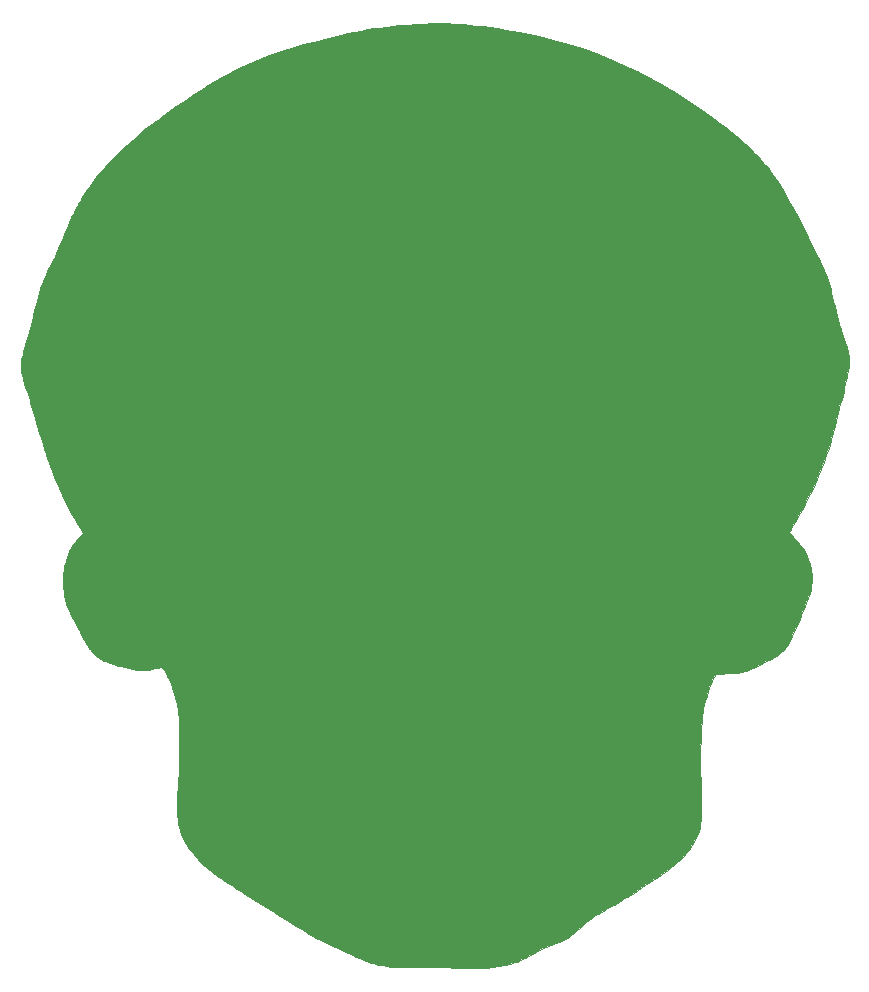
<source format=gbr>
%TF.GenerationSoftware,KiCad,Pcbnew,7.0.1*%
%TF.CreationDate,2023-06-01T23:18:07-07:00*%
%TF.ProjectId,set_02,7365745f-3032-42e6-9b69-6361645f7063,rev?*%
%TF.SameCoordinates,Original*%
%TF.FileFunction,Soldermask,Top*%
%TF.FilePolarity,Negative*%
%FSLAX46Y46*%
G04 Gerber Fmt 4.6, Leading zero omitted, Abs format (unit mm)*
G04 Created by KiCad (PCBNEW 7.0.1) date 2023-06-01 23:18:07*
%MOMM*%
%LPD*%
G01*
G04 APERTURE LIST*
%ADD10C,0.010000*%
G04 APERTURE END LIST*
%TO.C,G\u002A\u002A\u002A*%
D10*
X51144894Y-11308463D02*
X51763707Y-11331856D01*
X52376298Y-11369731D01*
X52537417Y-11382123D01*
X53069379Y-11429481D01*
X53633402Y-11488635D01*
X54221246Y-11558414D01*
X54824674Y-11637647D01*
X55435447Y-11725163D01*
X56045326Y-11819792D01*
X56646074Y-11920362D01*
X57229451Y-12025702D01*
X57680917Y-12113184D01*
X58930325Y-12383982D01*
X60167245Y-12693386D01*
X61390221Y-13040856D01*
X62597796Y-13425849D01*
X63788516Y-13847824D01*
X64960925Y-14306237D01*
X66113567Y-14800547D01*
X67244986Y-15330212D01*
X68353726Y-15894690D01*
X69428417Y-16487746D01*
X69926292Y-16779720D01*
X70437986Y-17091732D01*
X70959910Y-17421156D01*
X71488471Y-17765367D01*
X72020080Y-18121739D01*
X72551146Y-18487648D01*
X73078078Y-18860466D01*
X73597284Y-19237569D01*
X74105175Y-19616331D01*
X74598160Y-19994127D01*
X75072647Y-20368331D01*
X75525047Y-20736317D01*
X75951767Y-21095460D01*
X76349218Y-21443134D01*
X76713809Y-21776714D01*
X76886338Y-21940951D01*
X77206033Y-22255472D01*
X77505559Y-22562555D01*
X77787643Y-22865982D01*
X78055012Y-23169530D01*
X78310394Y-23476981D01*
X78556515Y-23792113D01*
X78796101Y-24118708D01*
X79031881Y-24460544D01*
X79266581Y-24821402D01*
X79502927Y-25205061D01*
X79743648Y-25615302D01*
X79991469Y-26055904D01*
X80249119Y-26530646D01*
X80392138Y-26800334D01*
X80539807Y-27082240D01*
X80695928Y-27382958D01*
X80859085Y-27699624D01*
X81027865Y-28029378D01*
X81200851Y-28369355D01*
X81376630Y-28716694D01*
X81553787Y-29068533D01*
X81730907Y-29422008D01*
X81906575Y-29774258D01*
X82079377Y-30122420D01*
X82247898Y-30463632D01*
X82410723Y-30795031D01*
X82566437Y-31113755D01*
X82713625Y-31416941D01*
X82850874Y-31701728D01*
X82976768Y-31965252D01*
X83089892Y-32204652D01*
X83188832Y-32417065D01*
X83272173Y-32599628D01*
X83338500Y-32749479D01*
X83374523Y-32834532D01*
X83419917Y-32957169D01*
X83471293Y-33118517D01*
X83527835Y-33315504D01*
X83588729Y-33545055D01*
X83653160Y-33804098D01*
X83720311Y-34089559D01*
X83789369Y-34398366D01*
X83789544Y-34399167D01*
X83889676Y-34849118D01*
X83986710Y-35265886D01*
X84083032Y-35658267D01*
X84181029Y-36035055D01*
X84283086Y-36405044D01*
X84391589Y-36777029D01*
X84508926Y-37159804D01*
X84637482Y-37562163D01*
X84697726Y-37746186D01*
X84793202Y-38038380D01*
X84875279Y-38295111D01*
X84945198Y-38520635D01*
X85004200Y-38719211D01*
X85053525Y-38895096D01*
X85094414Y-39052549D01*
X85128107Y-39195827D01*
X85149292Y-39296004D01*
X85178146Y-39488739D01*
X85194552Y-39709769D01*
X85198522Y-39946932D01*
X85190071Y-40188065D01*
X85169214Y-40421008D01*
X85147827Y-40569250D01*
X85116723Y-40739508D01*
X85075418Y-40946803D01*
X85024845Y-41187330D01*
X84965936Y-41457284D01*
X84899624Y-41752858D01*
X84826841Y-42070248D01*
X84748519Y-42405647D01*
X84665590Y-42755250D01*
X84578987Y-43115252D01*
X84489643Y-43481846D01*
X84398489Y-43851228D01*
X84306457Y-44219591D01*
X84214482Y-44583130D01*
X84123493Y-44938040D01*
X84034424Y-45280515D01*
X83948208Y-45606748D01*
X83865776Y-45912935D01*
X83788061Y-46195270D01*
X83715996Y-46449948D01*
X83661138Y-46637603D01*
X83478062Y-47225914D01*
X83275654Y-47827182D01*
X83056032Y-48436647D01*
X82821310Y-49049546D01*
X82573606Y-49661119D01*
X82315035Y-50266604D01*
X82047712Y-50861240D01*
X81773754Y-51440266D01*
X81495277Y-51998920D01*
X81214396Y-52532441D01*
X80933227Y-53036068D01*
X80653887Y-53505039D01*
X80502424Y-53745500D01*
X80413059Y-53887498D01*
X80332205Y-54021979D01*
X80262696Y-54143761D01*
X80207368Y-54247659D01*
X80169054Y-54328490D01*
X80150588Y-54381069D01*
X80149334Y-54391291D01*
X80163723Y-54423928D01*
X80204084Y-54481410D01*
X80266203Y-54558898D01*
X80345868Y-54651555D01*
X80438866Y-54754542D01*
X80540985Y-54863021D01*
X80648011Y-54972155D01*
X80698556Y-55022049D01*
X80908652Y-55235610D01*
X81088027Y-55437696D01*
X81243192Y-55636975D01*
X81380659Y-55842118D01*
X81506937Y-56061796D01*
X81567851Y-56179667D01*
X81683856Y-56427123D01*
X81777613Y-56664702D01*
X81856670Y-56912598D01*
X81895402Y-57055895D01*
X81942411Y-57248317D01*
X81978661Y-57420648D01*
X82005384Y-57583521D01*
X82023815Y-57747571D01*
X82035189Y-57923430D01*
X82040738Y-58121733D01*
X82041794Y-58317500D01*
X82040732Y-58476437D01*
X82037459Y-58621419D01*
X82030962Y-58756259D01*
X82020229Y-58884766D01*
X82004245Y-59010750D01*
X81981999Y-59138023D01*
X81952477Y-59270394D01*
X81914666Y-59411674D01*
X81867554Y-59565674D01*
X81810127Y-59736204D01*
X81741372Y-59927074D01*
X81660277Y-60142095D01*
X81565828Y-60385077D01*
X81457012Y-60659830D01*
X81344054Y-60942167D01*
X81176031Y-61358862D01*
X81021216Y-61738093D01*
X80878409Y-62082203D01*
X80746409Y-62393534D01*
X80624016Y-62674426D01*
X80510029Y-62927223D01*
X80403247Y-63154266D01*
X80302469Y-63357897D01*
X80206495Y-63540459D01*
X80114124Y-63704292D01*
X80024155Y-63851740D01*
X79935388Y-63985144D01*
X79846622Y-64106846D01*
X79756656Y-64219187D01*
X79664289Y-64324511D01*
X79568321Y-64425159D01*
X79547811Y-64445708D01*
X79429266Y-64558467D01*
X79305545Y-64665057D01*
X79172424Y-64768133D01*
X79025681Y-64870349D01*
X78861092Y-64974361D01*
X78674434Y-65082824D01*
X78461484Y-65198392D01*
X78218019Y-65323721D01*
X77939816Y-65461465D01*
X77905667Y-65478094D01*
X77601368Y-65624355D01*
X77329278Y-65751226D01*
X77084891Y-65860390D01*
X76863703Y-65953532D01*
X76661207Y-66032337D01*
X76472898Y-66098489D01*
X76294272Y-66153673D01*
X76120823Y-66199575D01*
X75948044Y-66237877D01*
X75800020Y-66265431D01*
X75671824Y-66283305D01*
X75503848Y-66299926D01*
X75298630Y-66315134D01*
X75058706Y-66328769D01*
X74786617Y-66340673D01*
X74484900Y-66350686D01*
X74408487Y-66352787D01*
X73927557Y-66365506D01*
X73769529Y-66654211D01*
X73638881Y-66911686D01*
X73508752Y-67203699D01*
X73381663Y-67522499D01*
X73260135Y-67860340D01*
X73146687Y-68209472D01*
X73043842Y-68562147D01*
X72954120Y-68910616D01*
X72880042Y-69247130D01*
X72825182Y-69557000D01*
X72788173Y-69831017D01*
X72754484Y-70142996D01*
X72724224Y-70488691D01*
X72697498Y-70863852D01*
X72674413Y-71264233D01*
X72655076Y-71685585D01*
X72639594Y-72123659D01*
X72628073Y-72574209D01*
X72620621Y-73032985D01*
X72617343Y-73495741D01*
X72618347Y-73958227D01*
X72623740Y-74416196D01*
X72633627Y-74865400D01*
X72648116Y-75301590D01*
X72667314Y-75720520D01*
X72669363Y-75758834D01*
X72678953Y-75960512D01*
X72687224Y-76184029D01*
X72694156Y-76424243D01*
X72699728Y-76676011D01*
X72703920Y-76934192D01*
X72706711Y-77193641D01*
X72708079Y-77449219D01*
X72708004Y-77695781D01*
X72706465Y-77928185D01*
X72703441Y-78141290D01*
X72698912Y-78329953D01*
X72692857Y-78489031D01*
X72685254Y-78613382D01*
X72681108Y-78658667D01*
X72632284Y-79018483D01*
X72563503Y-79354147D01*
X72471574Y-79675669D01*
X72353305Y-79993062D01*
X72205502Y-80316335D01*
X72070282Y-80574250D01*
X71865498Y-80921467D01*
X71644124Y-81246542D01*
X71398721Y-81559441D01*
X71121853Y-81870132D01*
X71037269Y-81958508D01*
X70889880Y-82107076D01*
X70742805Y-82248201D01*
X70591471Y-82385606D01*
X70431306Y-82523012D01*
X70257737Y-82664141D01*
X70066192Y-82812717D01*
X69852098Y-82972459D01*
X69610883Y-83147092D01*
X69350763Y-83331354D01*
X69031011Y-83554135D01*
X68713154Y-83771693D01*
X68391844Y-83987510D01*
X68061729Y-84205071D01*
X67717463Y-84427857D01*
X67353696Y-84659352D01*
X66965078Y-84903039D01*
X66546261Y-85162401D01*
X66410940Y-85245621D01*
X66193378Y-85379191D01*
X66006240Y-85493944D01*
X65843880Y-85593228D01*
X65700653Y-85680391D01*
X65570916Y-85758781D01*
X65449023Y-85831745D01*
X65329331Y-85902632D01*
X65206194Y-85974788D01*
X65073969Y-86051563D01*
X64927010Y-86136302D01*
X64759674Y-86232356D01*
X64566315Y-86343070D01*
X64405195Y-86435240D01*
X64152048Y-86580544D01*
X63931426Y-86708687D01*
X63738770Y-86822918D01*
X63569518Y-86926489D01*
X63419109Y-87022651D01*
X63282982Y-87114654D01*
X63156576Y-87205748D01*
X63035330Y-87299186D01*
X62914684Y-87398217D01*
X62790077Y-87506092D01*
X62656946Y-87626062D01*
X62510732Y-87761377D01*
X62403639Y-87861808D01*
X62219938Y-88033477D01*
X62054741Y-88184318D01*
X61903407Y-88317143D01*
X61761292Y-88434765D01*
X61623754Y-88539998D01*
X61486150Y-88635654D01*
X61343839Y-88724546D01*
X61192176Y-88809488D01*
X61026520Y-88893293D01*
X60842229Y-88978773D01*
X60634659Y-89068742D01*
X60399167Y-89166012D01*
X60131113Y-89273397D01*
X59966917Y-89338264D01*
X59558502Y-89508020D01*
X59146248Y-89696320D01*
X58743903Y-89896510D01*
X58365210Y-90101937D01*
X58241834Y-90173235D01*
X57989318Y-90317567D01*
X57757350Y-90440472D01*
X57533883Y-90547533D01*
X57306866Y-90644332D01*
X57064251Y-90736451D01*
X56908334Y-90791065D01*
X56476766Y-90923265D01*
X56013103Y-91036951D01*
X55523832Y-91131030D01*
X55015444Y-91204406D01*
X54494424Y-91255983D01*
X53987204Y-91284013D01*
X53771259Y-91291130D01*
X53589868Y-91296638D01*
X53435285Y-91300591D01*
X53299762Y-91303043D01*
X53175553Y-91304048D01*
X53054911Y-91303659D01*
X52930090Y-91301930D01*
X52793343Y-91298915D01*
X52636924Y-91294668D01*
X52600917Y-91293627D01*
X52423495Y-91287405D01*
X52217125Y-91278434D01*
X51995054Y-91267400D01*
X51770527Y-91254987D01*
X51556791Y-91241881D01*
X51415584Y-91232297D01*
X50845780Y-91197868D01*
X50304977Y-91178343D01*
X49782607Y-91173576D01*
X49268102Y-91183418D01*
X48931073Y-91197673D01*
X48436961Y-91218838D01*
X47978975Y-91229571D01*
X47552153Y-91229627D01*
X47151530Y-91218761D01*
X46772144Y-91196727D01*
X46409031Y-91163279D01*
X46057228Y-91118174D01*
X45711772Y-91061164D01*
X45552417Y-91030633D01*
X45330687Y-90984078D01*
X45125023Y-90935596D01*
X44928310Y-90882817D01*
X44733435Y-90823368D01*
X44533287Y-90754876D01*
X44320752Y-90674970D01*
X44088716Y-90581278D01*
X43830068Y-90471426D01*
X43682279Y-90406949D01*
X43496453Y-90324468D01*
X43286871Y-90230000D01*
X43057275Y-90125322D01*
X42811407Y-90012213D01*
X42553010Y-89892450D01*
X42285827Y-89767813D01*
X42013600Y-89640080D01*
X41740071Y-89511028D01*
X41468983Y-89382437D01*
X41204080Y-89256085D01*
X40949102Y-89133750D01*
X40707794Y-89017210D01*
X40483897Y-88908245D01*
X40281154Y-88808631D01*
X40103307Y-88720148D01*
X39954100Y-88644574D01*
X39837274Y-88583688D01*
X39781558Y-88553433D01*
X39642687Y-88475323D01*
X39491045Y-88388438D01*
X39324970Y-88291766D01*
X39142803Y-88184291D01*
X38942882Y-88064998D01*
X38723546Y-87932874D01*
X38483135Y-87786905D01*
X38219988Y-87626075D01*
X37932443Y-87449370D01*
X37618841Y-87255775D01*
X37277520Y-87044278D01*
X36906820Y-86813862D01*
X36505079Y-86563513D01*
X36070637Y-86292217D01*
X35699334Y-86059987D01*
X35259798Y-85784619D01*
X34854269Y-85529889D01*
X34480617Y-85294384D01*
X34136714Y-85076689D01*
X33820428Y-84875392D01*
X33529632Y-84689078D01*
X33262194Y-84516334D01*
X33015987Y-84355747D01*
X32788879Y-84205902D01*
X32578742Y-84065387D01*
X32383447Y-83932788D01*
X32200862Y-83806691D01*
X32028860Y-83685683D01*
X31865311Y-83568349D01*
X31708084Y-83453277D01*
X31555051Y-83339053D01*
X31404082Y-83224263D01*
X31262219Y-83114636D01*
X30793545Y-82731917D01*
X30366874Y-82345915D01*
X29981981Y-81956354D01*
X29638642Y-81562959D01*
X29336634Y-81165453D01*
X29075733Y-80763562D01*
X28855714Y-80357009D01*
X28676353Y-79945519D01*
X28665904Y-79918084D01*
X28569167Y-79633968D01*
X28488820Y-79335836D01*
X28424363Y-79019755D01*
X28375296Y-78681792D01*
X28341120Y-78318013D01*
X28321336Y-77924488D01*
X28315444Y-77497282D01*
X28319075Y-77187584D01*
X28322394Y-77038373D01*
X28326006Y-76901440D01*
X28330206Y-76771494D01*
X28335293Y-76643249D01*
X28341563Y-76511415D01*
X28349313Y-76370705D01*
X28358839Y-76215831D01*
X28370438Y-76041504D01*
X28384408Y-75842437D01*
X28401045Y-75613341D01*
X28420645Y-75348928D01*
X28427185Y-75261417D01*
X28444215Y-75025839D01*
X28458918Y-74803088D01*
X28471450Y-74587863D01*
X28481965Y-74374859D01*
X28490619Y-74158775D01*
X28497567Y-73934306D01*
X28502962Y-73696149D01*
X28506961Y-73439003D01*
X28509717Y-73157563D01*
X28511387Y-72846526D01*
X28512124Y-72500591D01*
X28512193Y-72351000D01*
X28511832Y-71993452D01*
X28510612Y-71673905D01*
X28508394Y-71388030D01*
X28505041Y-71131501D01*
X28500414Y-70899992D01*
X28494377Y-70689174D01*
X28486790Y-70494721D01*
X28477518Y-70312306D01*
X28466421Y-70137602D01*
X28453362Y-69966281D01*
X28438204Y-69794017D01*
X28427145Y-69679334D01*
X28410669Y-69523834D01*
X28393432Y-69387454D01*
X28373540Y-69260357D01*
X28349100Y-69132708D01*
X28318217Y-68994668D01*
X28278996Y-68836403D01*
X28229543Y-68648074D01*
X28226019Y-68634894D01*
X28148028Y-68355293D01*
X28063207Y-68072713D01*
X27973093Y-67791060D01*
X27879220Y-67514243D01*
X27783124Y-67246167D01*
X27686339Y-66990741D01*
X27590400Y-66751872D01*
X27496844Y-66533468D01*
X27407205Y-66339436D01*
X27323018Y-66173683D01*
X27245818Y-66040117D01*
X27177141Y-65942645D01*
X27160814Y-65923635D01*
X27067864Y-65821084D01*
X26922724Y-65823928D01*
X26833171Y-65831588D01*
X26713543Y-65850585D01*
X26574011Y-65879124D01*
X26470667Y-65903637D01*
X26204322Y-65963422D01*
X25943982Y-66006873D01*
X25685005Y-66033658D01*
X25422754Y-66043447D01*
X25152590Y-66035909D01*
X24869874Y-66010712D01*
X24569967Y-65967526D01*
X24248230Y-65906020D01*
X23900024Y-65825863D01*
X23520710Y-65726724D01*
X23359167Y-65681660D01*
X23128337Y-65613794D01*
X22896623Y-65541089D01*
X22670225Y-65465778D01*
X22455343Y-65390096D01*
X22258176Y-65316275D01*
X22084924Y-65246550D01*
X21941788Y-65183154D01*
X21856334Y-65140240D01*
X21670497Y-65024156D01*
X21478329Y-64876043D01*
X21288403Y-64703495D01*
X21109295Y-64514105D01*
X20999754Y-64381750D01*
X20940948Y-64305539D01*
X20890543Y-64237374D01*
X20844682Y-64170886D01*
X20799512Y-64099709D01*
X20751176Y-64017472D01*
X20695820Y-63917808D01*
X20629588Y-63794348D01*
X20548627Y-63640724D01*
X20532082Y-63609167D01*
X20465873Y-63484735D01*
X20383192Y-63332374D01*
X20288842Y-63160758D01*
X20187624Y-62978558D01*
X20084340Y-62794446D01*
X19983791Y-62617094D01*
X19951964Y-62561417D01*
X19816218Y-62321043D01*
X19682958Y-62078483D01*
X19554550Y-61838434D01*
X19433360Y-61605595D01*
X19321756Y-61384665D01*
X19222102Y-61180341D01*
X19136767Y-60997322D01*
X19068115Y-60840307D01*
X19018514Y-60713993D01*
X19011693Y-60694592D01*
X18916670Y-60386931D01*
X18832235Y-60051581D01*
X18761320Y-59702488D01*
X18706855Y-59353599D01*
X18680035Y-59116409D01*
X18670853Y-58979080D01*
X18665516Y-58812328D01*
X18663822Y-58625672D01*
X18665568Y-58428634D01*
X18670549Y-58230733D01*
X18678563Y-58041489D01*
X18689406Y-57870423D01*
X18702875Y-57727056D01*
X18711019Y-57665492D01*
X18785348Y-57271224D01*
X18889671Y-56863089D01*
X19020486Y-56453107D01*
X19174290Y-56053298D01*
X19194671Y-56005305D01*
X19270449Y-55837663D01*
X19348931Y-55684164D01*
X19434493Y-55538622D01*
X19531510Y-55394854D01*
X19644354Y-55246675D01*
X19777402Y-55087899D01*
X19935028Y-54912343D01*
X20069245Y-54768858D01*
X20353106Y-54469299D01*
X20074135Y-54017441D01*
X19906967Y-53742460D01*
X19746185Y-53468869D01*
X19587680Y-53189229D01*
X19427342Y-52896096D01*
X19261061Y-52582030D01*
X19084729Y-52239587D01*
X19000544Y-52073334D01*
X18839371Y-51751199D01*
X18687983Y-51443217D01*
X18545232Y-51146330D01*
X18409971Y-50857480D01*
X18281051Y-50573610D01*
X18157325Y-50291659D01*
X18037645Y-50008572D01*
X17920864Y-49721289D01*
X17805833Y-49426752D01*
X17691405Y-49121904D01*
X17576432Y-48803686D01*
X17459767Y-48469041D01*
X17340261Y-48114910D01*
X17216767Y-47738234D01*
X17088138Y-47335957D01*
X16953225Y-46905020D01*
X16810880Y-46442365D01*
X16659956Y-45944933D01*
X16499306Y-45409667D01*
X16498300Y-45406302D01*
X16392775Y-45053495D01*
X16297308Y-44735187D01*
X16210024Y-44445263D01*
X16129048Y-44177605D01*
X16052507Y-43926096D01*
X15978527Y-43684618D01*
X15905232Y-43447056D01*
X15830749Y-43207292D01*
X15753202Y-42959209D01*
X15670719Y-42696689D01*
X15581425Y-42413617D01*
X15577574Y-42401430D01*
X15472308Y-42067110D01*
X15379967Y-41768593D01*
X15300445Y-41501405D01*
X15233634Y-41261073D01*
X15179426Y-41043122D01*
X15137714Y-40843078D01*
X15108390Y-40656468D01*
X15091347Y-40478818D01*
X15086477Y-40305653D01*
X15093673Y-40132501D01*
X15112828Y-39954886D01*
X15143833Y-39768335D01*
X15186581Y-39568374D01*
X15240965Y-39350529D01*
X15306877Y-39110326D01*
X15384210Y-38843292D01*
X15472856Y-38544952D01*
X15484003Y-38507657D01*
X15636011Y-37983364D01*
X15790310Y-37420011D01*
X15946077Y-36820759D01*
X16102490Y-36188765D01*
X16247800Y-35574446D01*
X16345859Y-35160667D01*
X16440639Y-34782633D01*
X16534339Y-34434113D01*
X16629157Y-34108874D01*
X16727293Y-33800685D01*
X16830943Y-33503313D01*
X16942309Y-33210527D01*
X17063587Y-32916094D01*
X17196977Y-32613783D01*
X17344677Y-32297361D01*
X17508887Y-31960596D01*
X17556438Y-31865176D01*
X17749804Y-31470123D01*
X17951104Y-31042605D01*
X18156636Y-30590865D01*
X18362702Y-30123141D01*
X18565603Y-29647675D01*
X18727499Y-29256632D01*
X18855489Y-28944692D01*
X18971360Y-28666185D01*
X19077857Y-28414906D01*
X19177728Y-28184650D01*
X19273720Y-27969213D01*
X19368580Y-27762390D01*
X19465053Y-27557977D01*
X19565887Y-27349768D01*
X19622782Y-27234250D01*
X19764962Y-26951233D01*
X19899913Y-26692203D01*
X20032096Y-26449700D01*
X20165974Y-26216265D01*
X20306008Y-25984436D01*
X20456661Y-25746756D01*
X20622394Y-25495764D01*
X20807669Y-25223999D01*
X20933123Y-25043500D01*
X21120802Y-24778122D01*
X21301630Y-24529309D01*
X21478623Y-24293753D01*
X21654793Y-24068145D01*
X21833156Y-23849178D01*
X22016726Y-23633541D01*
X22208516Y-23417926D01*
X22411543Y-23199025D01*
X22628819Y-22973529D01*
X22863359Y-22738130D01*
X23118177Y-22489517D01*
X23396289Y-22224384D01*
X23700707Y-21939421D01*
X24034447Y-21631319D01*
X24078847Y-21590583D01*
X24332062Y-21359523D01*
X24573338Y-21141919D01*
X24805440Y-20935651D01*
X25031133Y-20738602D01*
X25253181Y-20548651D01*
X25474349Y-20363681D01*
X25697402Y-20181571D01*
X25925104Y-20000205D01*
X26160221Y-19817461D01*
X26405516Y-19631223D01*
X26663754Y-19439370D01*
X26937700Y-19239785D01*
X27230119Y-19030348D01*
X27543776Y-18808940D01*
X27881434Y-18573443D01*
X28245859Y-18321737D01*
X28639815Y-18051704D01*
X29066068Y-17761225D01*
X29148250Y-17705371D01*
X29768272Y-17289698D01*
X30369333Y-16898567D01*
X30954870Y-16530478D01*
X31528321Y-16183930D01*
X32093123Y-15857421D01*
X32652711Y-15549451D01*
X33210525Y-15258518D01*
X33769999Y-14983121D01*
X34334571Y-14721759D01*
X34907679Y-14472931D01*
X35492759Y-14235135D01*
X36093248Y-14006871D01*
X36712582Y-13786638D01*
X37354200Y-13572933D01*
X38021537Y-13364257D01*
X38718031Y-13159108D01*
X39447119Y-12955984D01*
X40212238Y-12753385D01*
X40866570Y-12587182D01*
X41530044Y-12424606D01*
X42159259Y-12276940D01*
X42759226Y-12143282D01*
X43334954Y-12022731D01*
X43891455Y-11914385D01*
X44433739Y-11817342D01*
X44966815Y-11730699D01*
X45495696Y-11653555D01*
X46025390Y-11585008D01*
X46560909Y-11524156D01*
X47034617Y-11476850D01*
X47790789Y-11411621D01*
X48512160Y-11361367D01*
X49203493Y-11326006D01*
X49869550Y-11305456D01*
X50515096Y-11299636D01*
X51144894Y-11308463D01*
G36*
X51144894Y-11308463D02*
G01*
X51763707Y-11331856D01*
X52376298Y-11369731D01*
X52537417Y-11382123D01*
X53069379Y-11429481D01*
X53633402Y-11488635D01*
X54221246Y-11558414D01*
X54824674Y-11637647D01*
X55435447Y-11725163D01*
X56045326Y-11819792D01*
X56646074Y-11920362D01*
X57229451Y-12025702D01*
X57680917Y-12113184D01*
X58930325Y-12383982D01*
X60167245Y-12693386D01*
X61390221Y-13040856D01*
X62597796Y-13425849D01*
X63788516Y-13847824D01*
X64960925Y-14306237D01*
X66113567Y-14800547D01*
X67244986Y-15330212D01*
X68353726Y-15894690D01*
X69428417Y-16487746D01*
X69926292Y-16779720D01*
X70437986Y-17091732D01*
X70959910Y-17421156D01*
X71488471Y-17765367D01*
X72020080Y-18121739D01*
X72551146Y-18487648D01*
X73078078Y-18860466D01*
X73597284Y-19237569D01*
X74105175Y-19616331D01*
X74598160Y-19994127D01*
X75072647Y-20368331D01*
X75525047Y-20736317D01*
X75951767Y-21095460D01*
X76349218Y-21443134D01*
X76713809Y-21776714D01*
X76886338Y-21940951D01*
X77206033Y-22255472D01*
X77505559Y-22562555D01*
X77787643Y-22865982D01*
X78055012Y-23169530D01*
X78310394Y-23476981D01*
X78556515Y-23792113D01*
X78796101Y-24118708D01*
X79031881Y-24460544D01*
X79266581Y-24821402D01*
X79502927Y-25205061D01*
X79743648Y-25615302D01*
X79991469Y-26055904D01*
X80249119Y-26530646D01*
X80392138Y-26800334D01*
X80539807Y-27082240D01*
X80695928Y-27382958D01*
X80859085Y-27699624D01*
X81027865Y-28029378D01*
X81200851Y-28369355D01*
X81376630Y-28716694D01*
X81553787Y-29068533D01*
X81730907Y-29422008D01*
X81906575Y-29774258D01*
X82079377Y-30122420D01*
X82247898Y-30463632D01*
X82410723Y-30795031D01*
X82566437Y-31113755D01*
X82713625Y-31416941D01*
X82850874Y-31701728D01*
X82976768Y-31965252D01*
X83089892Y-32204652D01*
X83188832Y-32417065D01*
X83272173Y-32599628D01*
X83338500Y-32749479D01*
X83374523Y-32834532D01*
X83419917Y-32957169D01*
X83471293Y-33118517D01*
X83527835Y-33315504D01*
X83588729Y-33545055D01*
X83653160Y-33804098D01*
X83720311Y-34089559D01*
X83789369Y-34398366D01*
X83789544Y-34399167D01*
X83889676Y-34849118D01*
X83986710Y-35265886D01*
X84083032Y-35658267D01*
X84181029Y-36035055D01*
X84283086Y-36405044D01*
X84391589Y-36777029D01*
X84508926Y-37159804D01*
X84637482Y-37562163D01*
X84697726Y-37746186D01*
X84793202Y-38038380D01*
X84875279Y-38295111D01*
X84945198Y-38520635D01*
X85004200Y-38719211D01*
X85053525Y-38895096D01*
X85094414Y-39052549D01*
X85128107Y-39195827D01*
X85149292Y-39296004D01*
X85178146Y-39488739D01*
X85194552Y-39709769D01*
X85198522Y-39946932D01*
X85190071Y-40188065D01*
X85169214Y-40421008D01*
X85147827Y-40569250D01*
X85116723Y-40739508D01*
X85075418Y-40946803D01*
X85024845Y-41187330D01*
X84965936Y-41457284D01*
X84899624Y-41752858D01*
X84826841Y-42070248D01*
X84748519Y-42405647D01*
X84665590Y-42755250D01*
X84578987Y-43115252D01*
X84489643Y-43481846D01*
X84398489Y-43851228D01*
X84306457Y-44219591D01*
X84214482Y-44583130D01*
X84123493Y-44938040D01*
X84034424Y-45280515D01*
X83948208Y-45606748D01*
X83865776Y-45912935D01*
X83788061Y-46195270D01*
X83715996Y-46449948D01*
X83661138Y-46637603D01*
X83478062Y-47225914D01*
X83275654Y-47827182D01*
X83056032Y-48436647D01*
X82821310Y-49049546D01*
X82573606Y-49661119D01*
X82315035Y-50266604D01*
X82047712Y-50861240D01*
X81773754Y-51440266D01*
X81495277Y-51998920D01*
X81214396Y-52532441D01*
X80933227Y-53036068D01*
X80653887Y-53505039D01*
X80502424Y-53745500D01*
X80413059Y-53887498D01*
X80332205Y-54021979D01*
X80262696Y-54143761D01*
X80207368Y-54247659D01*
X80169054Y-54328490D01*
X80150588Y-54381069D01*
X80149334Y-54391291D01*
X80163723Y-54423928D01*
X80204084Y-54481410D01*
X80266203Y-54558898D01*
X80345868Y-54651555D01*
X80438866Y-54754542D01*
X80540985Y-54863021D01*
X80648011Y-54972155D01*
X80698556Y-55022049D01*
X80908652Y-55235610D01*
X81088027Y-55437696D01*
X81243192Y-55636975D01*
X81380659Y-55842118D01*
X81506937Y-56061796D01*
X81567851Y-56179667D01*
X81683856Y-56427123D01*
X81777613Y-56664702D01*
X81856670Y-56912598D01*
X81895402Y-57055895D01*
X81942411Y-57248317D01*
X81978661Y-57420648D01*
X82005384Y-57583521D01*
X82023815Y-57747571D01*
X82035189Y-57923430D01*
X82040738Y-58121733D01*
X82041794Y-58317500D01*
X82040732Y-58476437D01*
X82037459Y-58621419D01*
X82030962Y-58756259D01*
X82020229Y-58884766D01*
X82004245Y-59010750D01*
X81981999Y-59138023D01*
X81952477Y-59270394D01*
X81914666Y-59411674D01*
X81867554Y-59565674D01*
X81810127Y-59736204D01*
X81741372Y-59927074D01*
X81660277Y-60142095D01*
X81565828Y-60385077D01*
X81457012Y-60659830D01*
X81344054Y-60942167D01*
X81176031Y-61358862D01*
X81021216Y-61738093D01*
X80878409Y-62082203D01*
X80746409Y-62393534D01*
X80624016Y-62674426D01*
X80510029Y-62927223D01*
X80403247Y-63154266D01*
X80302469Y-63357897D01*
X80206495Y-63540459D01*
X80114124Y-63704292D01*
X80024155Y-63851740D01*
X79935388Y-63985144D01*
X79846622Y-64106846D01*
X79756656Y-64219187D01*
X79664289Y-64324511D01*
X79568321Y-64425159D01*
X79547811Y-64445708D01*
X79429266Y-64558467D01*
X79305545Y-64665057D01*
X79172424Y-64768133D01*
X79025681Y-64870349D01*
X78861092Y-64974361D01*
X78674434Y-65082824D01*
X78461484Y-65198392D01*
X78218019Y-65323721D01*
X77939816Y-65461465D01*
X77905667Y-65478094D01*
X77601368Y-65624355D01*
X77329278Y-65751226D01*
X77084891Y-65860390D01*
X76863703Y-65953532D01*
X76661207Y-66032337D01*
X76472898Y-66098489D01*
X76294272Y-66153673D01*
X76120823Y-66199575D01*
X75948044Y-66237877D01*
X75800020Y-66265431D01*
X75671824Y-66283305D01*
X75503848Y-66299926D01*
X75298630Y-66315134D01*
X75058706Y-66328769D01*
X74786617Y-66340673D01*
X74484900Y-66350686D01*
X74408487Y-66352787D01*
X73927557Y-66365506D01*
X73769529Y-66654211D01*
X73638881Y-66911686D01*
X73508752Y-67203699D01*
X73381663Y-67522499D01*
X73260135Y-67860340D01*
X73146687Y-68209472D01*
X73043842Y-68562147D01*
X72954120Y-68910616D01*
X72880042Y-69247130D01*
X72825182Y-69557000D01*
X72788173Y-69831017D01*
X72754484Y-70142996D01*
X72724224Y-70488691D01*
X72697498Y-70863852D01*
X72674413Y-71264233D01*
X72655076Y-71685585D01*
X72639594Y-72123659D01*
X72628073Y-72574209D01*
X72620621Y-73032985D01*
X72617343Y-73495741D01*
X72618347Y-73958227D01*
X72623740Y-74416196D01*
X72633627Y-74865400D01*
X72648116Y-75301590D01*
X72667314Y-75720520D01*
X72669363Y-75758834D01*
X72678953Y-75960512D01*
X72687224Y-76184029D01*
X72694156Y-76424243D01*
X72699728Y-76676011D01*
X72703920Y-76934192D01*
X72706711Y-77193641D01*
X72708079Y-77449219D01*
X72708004Y-77695781D01*
X72706465Y-77928185D01*
X72703441Y-78141290D01*
X72698912Y-78329953D01*
X72692857Y-78489031D01*
X72685254Y-78613382D01*
X72681108Y-78658667D01*
X72632284Y-79018483D01*
X72563503Y-79354147D01*
X72471574Y-79675669D01*
X72353305Y-79993062D01*
X72205502Y-80316335D01*
X72070282Y-80574250D01*
X71865498Y-80921467D01*
X71644124Y-81246542D01*
X71398721Y-81559441D01*
X71121853Y-81870132D01*
X71037269Y-81958508D01*
X70889880Y-82107076D01*
X70742805Y-82248201D01*
X70591471Y-82385606D01*
X70431306Y-82523012D01*
X70257737Y-82664141D01*
X70066192Y-82812717D01*
X69852098Y-82972459D01*
X69610883Y-83147092D01*
X69350763Y-83331354D01*
X69031011Y-83554135D01*
X68713154Y-83771693D01*
X68391844Y-83987510D01*
X68061729Y-84205071D01*
X67717463Y-84427857D01*
X67353696Y-84659352D01*
X66965078Y-84903039D01*
X66546261Y-85162401D01*
X66410940Y-85245621D01*
X66193378Y-85379191D01*
X66006240Y-85493944D01*
X65843880Y-85593228D01*
X65700653Y-85680391D01*
X65570916Y-85758781D01*
X65449023Y-85831745D01*
X65329331Y-85902632D01*
X65206194Y-85974788D01*
X65073969Y-86051563D01*
X64927010Y-86136302D01*
X64759674Y-86232356D01*
X64566315Y-86343070D01*
X64405195Y-86435240D01*
X64152048Y-86580544D01*
X63931426Y-86708687D01*
X63738770Y-86822918D01*
X63569518Y-86926489D01*
X63419109Y-87022651D01*
X63282982Y-87114654D01*
X63156576Y-87205748D01*
X63035330Y-87299186D01*
X62914684Y-87398217D01*
X62790077Y-87506092D01*
X62656946Y-87626062D01*
X62510732Y-87761377D01*
X62403639Y-87861808D01*
X62219938Y-88033477D01*
X62054741Y-88184318D01*
X61903407Y-88317143D01*
X61761292Y-88434765D01*
X61623754Y-88539998D01*
X61486150Y-88635654D01*
X61343839Y-88724546D01*
X61192176Y-88809488D01*
X61026520Y-88893293D01*
X60842229Y-88978773D01*
X60634659Y-89068742D01*
X60399167Y-89166012D01*
X60131113Y-89273397D01*
X59966917Y-89338264D01*
X59558502Y-89508020D01*
X59146248Y-89696320D01*
X58743903Y-89896510D01*
X58365210Y-90101937D01*
X58241834Y-90173235D01*
X57989318Y-90317567D01*
X57757350Y-90440472D01*
X57533883Y-90547533D01*
X57306866Y-90644332D01*
X57064251Y-90736451D01*
X56908334Y-90791065D01*
X56476766Y-90923265D01*
X56013103Y-91036951D01*
X55523832Y-91131030D01*
X55015444Y-91204406D01*
X54494424Y-91255983D01*
X53987204Y-91284013D01*
X53771259Y-91291130D01*
X53589868Y-91296638D01*
X53435285Y-91300591D01*
X53299762Y-91303043D01*
X53175553Y-91304048D01*
X53054911Y-91303659D01*
X52930090Y-91301930D01*
X52793343Y-91298915D01*
X52636924Y-91294668D01*
X52600917Y-91293627D01*
X52423495Y-91287405D01*
X52217125Y-91278434D01*
X51995054Y-91267400D01*
X51770527Y-91254987D01*
X51556791Y-91241881D01*
X51415584Y-91232297D01*
X50845780Y-91197868D01*
X50304977Y-91178343D01*
X49782607Y-91173576D01*
X49268102Y-91183418D01*
X48931073Y-91197673D01*
X48436961Y-91218838D01*
X47978975Y-91229571D01*
X47552153Y-91229627D01*
X47151530Y-91218761D01*
X46772144Y-91196727D01*
X46409031Y-91163279D01*
X46057228Y-91118174D01*
X45711772Y-91061164D01*
X45552417Y-91030633D01*
X45330687Y-90984078D01*
X45125023Y-90935596D01*
X44928310Y-90882817D01*
X44733435Y-90823368D01*
X44533287Y-90754876D01*
X44320752Y-90674970D01*
X44088716Y-90581278D01*
X43830068Y-90471426D01*
X43682279Y-90406949D01*
X43496453Y-90324468D01*
X43286871Y-90230000D01*
X43057275Y-90125322D01*
X42811407Y-90012213D01*
X42553010Y-89892450D01*
X42285827Y-89767813D01*
X42013600Y-89640080D01*
X41740071Y-89511028D01*
X41468983Y-89382437D01*
X41204080Y-89256085D01*
X40949102Y-89133750D01*
X40707794Y-89017210D01*
X40483897Y-88908245D01*
X40281154Y-88808631D01*
X40103307Y-88720148D01*
X39954100Y-88644574D01*
X39837274Y-88583688D01*
X39781558Y-88553433D01*
X39642687Y-88475323D01*
X39491045Y-88388438D01*
X39324970Y-88291766D01*
X39142803Y-88184291D01*
X38942882Y-88064998D01*
X38723546Y-87932874D01*
X38483135Y-87786905D01*
X38219988Y-87626075D01*
X37932443Y-87449370D01*
X37618841Y-87255775D01*
X37277520Y-87044278D01*
X36906820Y-86813862D01*
X36505079Y-86563513D01*
X36070637Y-86292217D01*
X35699334Y-86059987D01*
X35259798Y-85784619D01*
X34854269Y-85529889D01*
X34480617Y-85294384D01*
X34136714Y-85076689D01*
X33820428Y-84875392D01*
X33529632Y-84689078D01*
X33262194Y-84516334D01*
X33015987Y-84355747D01*
X32788879Y-84205902D01*
X32578742Y-84065387D01*
X32383447Y-83932788D01*
X32200862Y-83806691D01*
X32028860Y-83685683D01*
X31865311Y-83568349D01*
X31708084Y-83453277D01*
X31555051Y-83339053D01*
X31404082Y-83224263D01*
X31262219Y-83114636D01*
X30793545Y-82731917D01*
X30366874Y-82345915D01*
X29981981Y-81956354D01*
X29638642Y-81562959D01*
X29336634Y-81165453D01*
X29075733Y-80763562D01*
X28855714Y-80357009D01*
X28676353Y-79945519D01*
X28665904Y-79918084D01*
X28569167Y-79633968D01*
X28488820Y-79335836D01*
X28424363Y-79019755D01*
X28375296Y-78681792D01*
X28341120Y-78318013D01*
X28321336Y-77924488D01*
X28315444Y-77497282D01*
X28319075Y-77187584D01*
X28322394Y-77038373D01*
X28326006Y-76901440D01*
X28330206Y-76771494D01*
X28335293Y-76643249D01*
X28341563Y-76511415D01*
X28349313Y-76370705D01*
X28358839Y-76215831D01*
X28370438Y-76041504D01*
X28384408Y-75842437D01*
X28401045Y-75613341D01*
X28420645Y-75348928D01*
X28427185Y-75261417D01*
X28444215Y-75025839D01*
X28458918Y-74803088D01*
X28471450Y-74587863D01*
X28481965Y-74374859D01*
X28490619Y-74158775D01*
X28497567Y-73934306D01*
X28502962Y-73696149D01*
X28506961Y-73439003D01*
X28509717Y-73157563D01*
X28511387Y-72846526D01*
X28512124Y-72500591D01*
X28512193Y-72351000D01*
X28511832Y-71993452D01*
X28510612Y-71673905D01*
X28508394Y-71388030D01*
X28505041Y-71131501D01*
X28500414Y-70899992D01*
X28494377Y-70689174D01*
X28486790Y-70494721D01*
X28477518Y-70312306D01*
X28466421Y-70137602D01*
X28453362Y-69966281D01*
X28438204Y-69794017D01*
X28427145Y-69679334D01*
X28410669Y-69523834D01*
X28393432Y-69387454D01*
X28373540Y-69260357D01*
X28349100Y-69132708D01*
X28318217Y-68994668D01*
X28278996Y-68836403D01*
X28229543Y-68648074D01*
X28226019Y-68634894D01*
X28148028Y-68355293D01*
X28063207Y-68072713D01*
X27973093Y-67791060D01*
X27879220Y-67514243D01*
X27783124Y-67246167D01*
X27686339Y-66990741D01*
X27590400Y-66751872D01*
X27496844Y-66533468D01*
X27407205Y-66339436D01*
X27323018Y-66173683D01*
X27245818Y-66040117D01*
X27177141Y-65942645D01*
X27160814Y-65923635D01*
X27067864Y-65821084D01*
X26922724Y-65823928D01*
X26833171Y-65831588D01*
X26713543Y-65850585D01*
X26574011Y-65879124D01*
X26470667Y-65903637D01*
X26204322Y-65963422D01*
X25943982Y-66006873D01*
X25685005Y-66033658D01*
X25422754Y-66043447D01*
X25152590Y-66035909D01*
X24869874Y-66010712D01*
X24569967Y-65967526D01*
X24248230Y-65906020D01*
X23900024Y-65825863D01*
X23520710Y-65726724D01*
X23359167Y-65681660D01*
X23128337Y-65613794D01*
X22896623Y-65541089D01*
X22670225Y-65465778D01*
X22455343Y-65390096D01*
X22258176Y-65316275D01*
X22084924Y-65246550D01*
X21941788Y-65183154D01*
X21856334Y-65140240D01*
X21670497Y-65024156D01*
X21478329Y-64876043D01*
X21288403Y-64703495D01*
X21109295Y-64514105D01*
X20999754Y-64381750D01*
X20940948Y-64305539D01*
X20890543Y-64237374D01*
X20844682Y-64170886D01*
X20799512Y-64099709D01*
X20751176Y-64017472D01*
X20695820Y-63917808D01*
X20629588Y-63794348D01*
X20548627Y-63640724D01*
X20532082Y-63609167D01*
X20465873Y-63484735D01*
X20383192Y-63332374D01*
X20288842Y-63160758D01*
X20187624Y-62978558D01*
X20084340Y-62794446D01*
X19983791Y-62617094D01*
X19951964Y-62561417D01*
X19816218Y-62321043D01*
X19682958Y-62078483D01*
X19554550Y-61838434D01*
X19433360Y-61605595D01*
X19321756Y-61384665D01*
X19222102Y-61180341D01*
X19136767Y-60997322D01*
X19068115Y-60840307D01*
X19018514Y-60713993D01*
X19011693Y-60694592D01*
X18916670Y-60386931D01*
X18832235Y-60051581D01*
X18761320Y-59702488D01*
X18706855Y-59353599D01*
X18680035Y-59116409D01*
X18670853Y-58979080D01*
X18665516Y-58812328D01*
X18663822Y-58625672D01*
X18665568Y-58428634D01*
X18670549Y-58230733D01*
X18678563Y-58041489D01*
X18689406Y-57870423D01*
X18702875Y-57727056D01*
X18711019Y-57665492D01*
X18785348Y-57271224D01*
X18889671Y-56863089D01*
X19020486Y-56453107D01*
X19174290Y-56053298D01*
X19194671Y-56005305D01*
X19270449Y-55837663D01*
X19348931Y-55684164D01*
X19434493Y-55538622D01*
X19531510Y-55394854D01*
X19644354Y-55246675D01*
X19777402Y-55087899D01*
X19935028Y-54912343D01*
X20069245Y-54768858D01*
X20353106Y-54469299D01*
X20074135Y-54017441D01*
X19906967Y-53742460D01*
X19746185Y-53468869D01*
X19587680Y-53189229D01*
X19427342Y-52896096D01*
X19261061Y-52582030D01*
X19084729Y-52239587D01*
X19000544Y-52073334D01*
X18839371Y-51751199D01*
X18687983Y-51443217D01*
X18545232Y-51146330D01*
X18409971Y-50857480D01*
X18281051Y-50573610D01*
X18157325Y-50291659D01*
X18037645Y-50008572D01*
X17920864Y-49721289D01*
X17805833Y-49426752D01*
X17691405Y-49121904D01*
X17576432Y-48803686D01*
X17459767Y-48469041D01*
X17340261Y-48114910D01*
X17216767Y-47738234D01*
X17088138Y-47335957D01*
X16953225Y-46905020D01*
X16810880Y-46442365D01*
X16659956Y-45944933D01*
X16499306Y-45409667D01*
X16498300Y-45406302D01*
X16392775Y-45053495D01*
X16297308Y-44735187D01*
X16210024Y-44445263D01*
X16129048Y-44177605D01*
X16052507Y-43926096D01*
X15978527Y-43684618D01*
X15905232Y-43447056D01*
X15830749Y-43207292D01*
X15753202Y-42959209D01*
X15670719Y-42696689D01*
X15581425Y-42413617D01*
X15577574Y-42401430D01*
X15472308Y-42067110D01*
X15379967Y-41768593D01*
X15300445Y-41501405D01*
X15233634Y-41261073D01*
X15179426Y-41043122D01*
X15137714Y-40843078D01*
X15108390Y-40656468D01*
X15091347Y-40478818D01*
X15086477Y-40305653D01*
X15093673Y-40132501D01*
X15112828Y-39954886D01*
X15143833Y-39768335D01*
X15186581Y-39568374D01*
X15240965Y-39350529D01*
X15306877Y-39110326D01*
X15384210Y-38843292D01*
X15472856Y-38544952D01*
X15484003Y-38507657D01*
X15636011Y-37983364D01*
X15790310Y-37420011D01*
X15946077Y-36820759D01*
X16102490Y-36188765D01*
X16247800Y-35574446D01*
X16345859Y-35160667D01*
X16440639Y-34782633D01*
X16534339Y-34434113D01*
X16629157Y-34108874D01*
X16727293Y-33800685D01*
X16830943Y-33503313D01*
X16942309Y-33210527D01*
X17063587Y-32916094D01*
X17196977Y-32613783D01*
X17344677Y-32297361D01*
X17508887Y-31960596D01*
X17556438Y-31865176D01*
X17749804Y-31470123D01*
X17951104Y-31042605D01*
X18156636Y-30590865D01*
X18362702Y-30123141D01*
X18565603Y-29647675D01*
X18727499Y-29256632D01*
X18855489Y-28944692D01*
X18971360Y-28666185D01*
X19077857Y-28414906D01*
X19177728Y-28184650D01*
X19273720Y-27969213D01*
X19368580Y-27762390D01*
X19465053Y-27557977D01*
X19565887Y-27349768D01*
X19622782Y-27234250D01*
X19764962Y-26951233D01*
X19899913Y-26692203D01*
X20032096Y-26449700D01*
X20165974Y-26216265D01*
X20306008Y-25984436D01*
X20456661Y-25746756D01*
X20622394Y-25495764D01*
X20807669Y-25223999D01*
X20933123Y-25043500D01*
X21120802Y-24778122D01*
X21301630Y-24529309D01*
X21478623Y-24293753D01*
X21654793Y-24068145D01*
X21833156Y-23849178D01*
X22016726Y-23633541D01*
X22208516Y-23417926D01*
X22411543Y-23199025D01*
X22628819Y-22973529D01*
X22863359Y-22738130D01*
X23118177Y-22489517D01*
X23396289Y-22224384D01*
X23700707Y-21939421D01*
X24034447Y-21631319D01*
X24078847Y-21590583D01*
X24332062Y-21359523D01*
X24573338Y-21141919D01*
X24805440Y-20935651D01*
X25031133Y-20738602D01*
X25253181Y-20548651D01*
X25474349Y-20363681D01*
X25697402Y-20181571D01*
X25925104Y-20000205D01*
X26160221Y-19817461D01*
X26405516Y-19631223D01*
X26663754Y-19439370D01*
X26937700Y-19239785D01*
X27230119Y-19030348D01*
X27543776Y-18808940D01*
X27881434Y-18573443D01*
X28245859Y-18321737D01*
X28639815Y-18051704D01*
X29066068Y-17761225D01*
X29148250Y-17705371D01*
X29768272Y-17289698D01*
X30369333Y-16898567D01*
X30954870Y-16530478D01*
X31528321Y-16183930D01*
X32093123Y-15857421D01*
X32652711Y-15549451D01*
X33210525Y-15258518D01*
X33769999Y-14983121D01*
X34334571Y-14721759D01*
X34907679Y-14472931D01*
X35492759Y-14235135D01*
X36093248Y-14006871D01*
X36712582Y-13786638D01*
X37354200Y-13572933D01*
X38021537Y-13364257D01*
X38718031Y-13159108D01*
X39447119Y-12955984D01*
X40212238Y-12753385D01*
X40866570Y-12587182D01*
X41530044Y-12424606D01*
X42159259Y-12276940D01*
X42759226Y-12143282D01*
X43334954Y-12022731D01*
X43891455Y-11914385D01*
X44433739Y-11817342D01*
X44966815Y-11730699D01*
X45495696Y-11653555D01*
X46025390Y-11585008D01*
X46560909Y-11524156D01*
X47034617Y-11476850D01*
X47790789Y-11411621D01*
X48512160Y-11361367D01*
X49203493Y-11326006D01*
X49869550Y-11305456D01*
X50515096Y-11299636D01*
X51144894Y-11308463D01*
G37*
%TD*%
M02*

</source>
